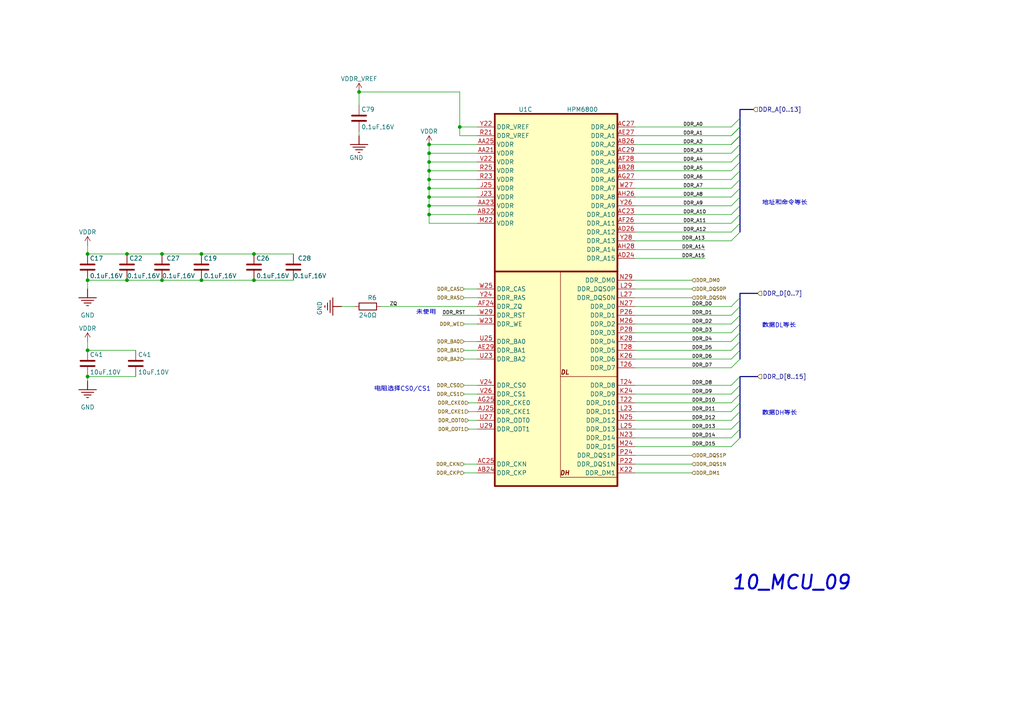
<source format=kicad_sch>
(kicad_sch (version 20230121) (generator eeschema)
  (paper "A4")
  (junction (at 124.46 62.23))
  (junction (at 25.4 73.66))
  (junction (at 124.46 59.69))
  (junction (at 73.66 81.28))
  (junction (at 25.4 101.6))
  (junction (at 58.42 81.28))
  (junction (at 36.83 73.66))
  (junction (at 25.4 109.22))
  (junction (at 124.46 52.07))
  (junction (at 124.46 41.91))
  (junction (at 104.14 26.67))
  (junction (at 124.46 57.15))
  (junction (at 58.42 73.66))
  (junction (at 124.46 46.99))
  (junction (at 124.46 49.53))
  (junction (at 25.4 81.28))
  (junction (at 124.46 44.45))
  (junction (at 46.99 73.66))
  (junction (at 73.66 73.66))
  (junction (at 133.35 36.83))
  (junction (at 124.46 54.61))
  (junction (at 46.99 81.28))
  (junction (at 36.83 81.28))
  (bus_entry (at 212.09 91.44) (size 2.54 -2.54))
  (bus_entry (at 212.09 57.15) (size 2.54 -2.54))
  (bus_entry (at 212.09 49.53) (size 2.54 -2.54))
  (bus_entry (at 212.09 124.46) (size 2.54 -2.54))
  (bus_entry (at 212.09 59.69) (size 2.54 -2.54))
  (bus_entry (at 212.09 41.91) (size 2.54 -2.54))
  (bus_entry (at 212.09 67.31) (size 2.54 -2.54))
  (bus_entry (at 212.09 44.45) (size 2.54 -2.54))
  (bus_entry (at 212.09 88.9) (size 2.54 -2.54))
  (bus_entry (at 212.09 116.84) (size 2.54 -2.54))
  (bus_entry (at 212.09 101.6) (size 2.54 -2.54))
  (bus_entry (at 212.09 54.61) (size 2.54 -2.54))
  (bus_entry (at 212.09 93.98) (size 2.54 -2.54))
  (bus_entry (at 212.09 69.85) (size 2.54 -2.54))
  (bus_entry (at 212.09 104.14) (size 2.54 -2.54))
  (bus_entry (at 212.09 99.06) (size 2.54 -2.54))
  (bus_entry (at 212.09 46.99) (size 2.54 -2.54))
  (bus_entry (at 212.09 41.91) (size 2.54 -2.54))
  (bus_entry (at 212.09 114.3) (size 2.54 -2.54))
  (bus_entry (at 212.09 36.83) (size 2.54 -2.54))
  (bus_entry (at 212.09 121.92) (size 2.54 -2.54))
  (bus_entry (at 212.09 111.76) (size 2.54 -2.54))
  (bus_entry (at 212.09 39.37) (size 2.54 -2.54))
  (bus_entry (at 212.09 127) (size 2.54 -2.54))
  (bus_entry (at 212.09 62.23) (size 2.54 -2.54))
  (bus_entry (at 212.09 64.77) (size 2.54 -2.54))
  (bus_entry (at 212.09 106.68) (size 2.54 -2.54))
  (bus_entry (at 212.09 39.37) (size 2.54 -2.54))
  (bus_entry (at 212.09 52.07) (size 2.54 -2.54))
  (bus_entry (at 212.09 129.54) (size 2.54 -2.54))
  (bus_entry (at 212.09 96.52) (size 2.54 -2.54))
  (bus_entry (at 212.09 119.38) (size 2.54 -2.54))
  (wire (pts (xy 104.14 26.67) (xy 133.35 26.67)))
  (wire (pts (xy 184.15 81.28) (xy 200.66 81.28)) (stroke (width 0.15)))
  (wire (pts (xy 124.46 49.53) (xy 124.46 52.07)) (stroke (width 0.15)))
  (wire (pts (xy 124.46 59.69) (xy 138.43 59.69)) (stroke (width 0.15)))
  (wire (pts (xy 184.15 111.76) (xy 212.09 111.76)) (stroke (width 0.15)))
  (wire (pts (xy 200.66 134.62) (xy 184.15 134.62)) (stroke (width 0.15)))
  (wire (pts (xy 184.15 54.61) (xy 212.09 54.61)) (stroke (width 0.15)))
  (wire (pts (xy 184.15 124.46) (xy 212.09 124.46)) (stroke (width 0.15)))
  (bus (pts (xy 214.63 109.22) (xy 219.71 109.22)))
  (wire (pts (xy 184.15 129.54) (xy 212.09 129.54)) (stroke (width 0.15)))
  (wire (pts (xy 25.4 99.06) (xy 25.4 101.6)))
  (bus (pts (xy 214.63 104.14) (xy 214.63 101.6)))
  (wire (pts (xy 46.99 81.28) (xy 58.42 81.28)))
  (wire (pts (xy 124.46 52.07) (xy 138.43 52.07)) (stroke (width 0.15)))
  (wire (pts (xy 124.46 46.99) (xy 138.43 46.99)) (stroke (width 0.15)))
  (wire (pts (xy 200.66 132.08) (xy 184.15 132.08)) (stroke (width 0.15)))
  (wire (pts (xy 124.46 41.91) (xy 138.43 41.91)) (stroke (width 0.15)))
  (wire (pts (xy 25.4 71.12) (xy 25.4 73.66)))
  (wire (pts (xy 58.42 81.28) (xy 73.66 81.28)))
  (wire (pts (xy 184.15 137.16) (xy 200.66 137.16)) (stroke (width 0.15)))
  (bus (pts (xy 214.63 111.76) (xy 214.63 109.22)))
  (wire (pts (xy 184.15 119.38) (xy 212.09 119.38)) (stroke (width 0.15)))
  (bus (pts (xy 214.63 34.29) (xy 214.63 31.75)))
  (bus (pts (xy 214.63 96.52) (xy 214.63 93.98)))
  (wire (pts (xy 134.62 114.3) (xy 138.43 114.3)) (stroke (width 0.15)))
  (wire (pts (xy 25.4 81.28) (xy 36.83 81.28)))
  (bus (pts (xy 214.63 31.75) (xy 218.44 31.75)))
  (wire (pts (xy 124.46 52.07) (xy 124.46 54.61)) (stroke (width 0.15)))
  (wire (pts (xy 184.15 67.31) (xy 212.09 67.31)) (stroke (width 0.15)))
  (wire (pts (xy 128.27 91.44) (xy 138.43 91.44)) (stroke (width 0.15)))
  (wire (pts (xy 46.99 73.66) (xy 58.42 73.66)))
  (wire (pts (xy 25.4 73.66) (xy 36.83 73.66)))
  (wire (pts (xy 184.15 64.77) (xy 212.09 64.77)) (stroke (width 0.15)))
  (wire (pts (xy 184.15 106.68) (xy 212.09 106.68)) (stroke (width 0.15)))
  (wire (pts (xy 134.62 111.76) (xy 138.43 111.76)) (stroke (width 0.15)))
  (wire (pts (xy 110.49 88.9) (xy 138.43 88.9)))
  (wire (pts (xy 184.15 96.52) (xy 212.09 96.52)) (stroke (width 0.15)))
  (bus (pts (xy 214.63 93.98) (xy 214.63 91.44)))
  (bus (pts (xy 214.63 101.6) (xy 214.63 99.06)))
  (wire (pts (xy 25.4 81.28) (xy 25.4 83.82)))
  (wire (pts (xy 124.46 44.45) (xy 138.43 44.45)) (stroke (width 0.15)))
  (wire (pts (xy 124.46 59.69) (xy 124.46 62.23)) (stroke (width 0.15)))
  (bus (pts (xy 214.63 91.44) (xy 214.63 88.9)))
  (wire (pts (xy 200.66 86.36) (xy 184.15 86.36)) (stroke (width 0.15)))
  (bus (pts (xy 214.63 99.06) (xy 214.63 96.52)))
  (wire (pts (xy 124.46 57.15) (xy 124.46 59.69)) (stroke (width 0.15)))
  (bus (pts (xy 214.63 39.37) (xy 214.63 36.83)))
  (wire (pts (xy 184.15 69.85) (xy 204.47 69.85)) (stroke (width 0.15)))
  (bus (pts (xy 214.63 49.53) (xy 214.63 46.99)))
  (bus (pts (xy 214.63 59.69) (xy 214.63 57.15)))
  (bus (pts (xy 214.63 64.77) (xy 214.63 62.23)))
  (wire (pts (xy 25.4 110.49) (xy 25.4 109.22)))
  (wire (pts (xy 184.15 62.23) (xy 212.09 62.23)) (stroke (width 0.15)))
  (wire (pts (xy 133.35 39.37) (xy 133.35 36.83)) (stroke (width 0.15)))
  (wire (pts (xy 58.42 73.66) (xy 73.66 73.66)))
  (wire (pts (xy 134.62 99.06) (xy 138.43 99.06)) (stroke (width 0.15)))
  (bus (pts (xy 214.63 88.9) (xy 214.63 86.36)))
  (bus (pts (xy 214.63 57.15) (xy 214.63 54.61)))
  (wire (pts (xy 135.89 124.46) (xy 138.43 124.46)) (stroke (width 0.15)))
  (wire (pts (xy 134.62 101.6) (xy 138.43 101.6)) (stroke (width 0.15)))
  (bus (pts (xy 214.63 41.91) (xy 214.63 39.37)))
  (wire (pts (xy 134.62 104.14) (xy 138.43 104.14)) (stroke (width 0.15)))
  (wire (pts (xy 184.15 52.07) (xy 212.09 52.07)) (stroke (width 0.15)))
  (wire (pts (xy 134.62 137.16) (xy 138.43 137.16)) (stroke (width 0.15)))
  (wire (pts (xy 184.15 93.98) (xy 212.09 93.98)) (stroke (width 0.15)))
  (wire (pts (xy 184.15 121.92) (xy 212.09 121.92)) (stroke (width 0.15)))
  (wire (pts (xy 135.89 119.38) (xy 138.43 119.38)) (stroke (width 0.15)))
  (bus (pts (xy 214.63 119.38) (xy 214.63 116.84)))
  (wire (pts (xy 104.14 26.67) (xy 104.14 30.48)) (stroke (width 0.15)))
  (bus (pts (xy 214.63 62.23) (xy 214.63 59.69)))
  (wire (pts (xy 200.66 83.82) (xy 184.15 83.82)) (stroke (width 0.15)))
  (wire (pts (xy 73.66 81.28) (xy 85.09 81.28)))
  (wire (pts (xy 184.15 57.15) (xy 212.09 57.15)) (stroke (width 0.15)))
  (wire (pts (xy 184.15 104.14) (xy 212.09 104.14)) (stroke (width 0.15)))
  (bus (pts (xy 214.63 54.61) (xy 214.63 52.07)))
  (wire (pts (xy 184.15 59.69) (xy 212.09 59.69)) (stroke (width 0.15)))
  (wire (pts (xy 124.46 64.77) (xy 138.43 64.77)) (stroke (width 0.15)))
  (bus (pts (xy 214.63 127) (xy 214.63 124.46)))
  (wire (pts (xy 135.89 116.84) (xy 138.43 116.84)) (stroke (width 0.15)))
  (wire (pts (xy 124.46 54.61) (xy 138.43 54.61)) (stroke (width 0.15)))
  (wire (pts (xy 25.4 101.6) (xy 39.37 101.6)))
  (bus (pts (xy 214.63 85.09) (xy 219.71 85.09)))
  (wire (pts (xy 134.62 86.36) (xy 138.43 86.36)) (stroke (width 0.15)))
  (wire (pts (xy 124.46 44.45) (xy 124.46 46.99)) (stroke (width 0.15)))
  (wire (pts (xy 124.46 62.23) (xy 124.46 64.77)) (stroke (width 0.15)))
  (wire (pts (xy 36.83 81.28) (xy 46.99 81.28)))
  (wire (pts (xy 25.4 109.22) (xy 39.37 109.22)))
  (wire (pts (xy 124.46 62.23) (xy 138.43 62.23)) (stroke (width 0.15)))
  (wire (pts (xy 184.15 41.91) (xy 212.09 41.91)) (stroke (width 0.15)))
  (wire (pts (xy 204.47 74.93) (xy 184.15 74.93)) (stroke (width 0.15)))
  (wire (pts (xy 184.15 36.83) (xy 212.09 36.83)) (stroke (width 0.15)))
  (wire (pts (xy 184.15 49.53) (xy 212.09 49.53)) (stroke (width 0.15)))
  (wire (pts (xy 133.35 36.83) (xy 138.43 36.83)) (stroke (width 0.15)))
  (wire (pts (xy 124.46 46.99) (xy 124.46 49.53)) (stroke (width 0.15)))
  (wire (pts (xy 138.43 39.37) (xy 133.35 39.37)) (stroke (width 0.15)))
  (wire (pts (xy 124.46 57.15) (xy 138.43 57.15)) (stroke (width 0.15)))
  (wire (pts (xy 124.46 41.91) (xy 124.46 44.45)) (stroke (width 0.15)))
  (bus (pts (xy 214.63 44.45) (xy 214.63 41.91)))
  (wire (pts (xy 134.62 93.98) (xy 138.43 93.98)) (stroke (width 0.15)))
  (wire (pts (xy 184.15 116.84) (xy 212.09 116.84)) (stroke (width 0.15)))
  (wire (pts (xy 184.15 46.99) (xy 212.09 46.99)) (stroke (width 0.15)))
  (wire (pts (xy 184.15 88.9) (xy 212.09 88.9)) (stroke (width 0.15)))
  (wire (pts (xy 104.14 39.37) (xy 104.14 38.1)) (stroke (width 0.15)))
  (wire (pts (xy 134.62 83.82) (xy 138.43 83.82)) (stroke (width 0.15)))
  (bus (pts (xy 214.63 116.84) (xy 214.63 114.3)))
  (bus (pts (xy 214.63 52.07) (xy 214.63 49.53)))
  (wire (pts (xy 133.35 26.67) (xy 133.35 36.83)))
  (wire (pts (xy 184.15 101.6) (xy 212.09 101.6)) (stroke (width 0.15)))
  (bus (pts (xy 214.63 121.92) (xy 214.63 119.38)))
  (wire (pts (xy 36.83 73.66) (xy 46.99 73.66)))
  (wire (pts (xy 184.15 72.39) (xy 204.47 72.39)) (stroke (width 0.15)))
  (bus (pts (xy 214.63 86.36) (xy 214.63 85.09)))
  (wire (pts (xy 73.66 73.66) (xy 85.09 73.66)))
  (wire (pts (xy 124.46 49.53) (xy 138.43 49.53)) (stroke (width 0.15)))
  (wire (pts (xy 135.89 121.92) (xy 138.43 121.92)) (stroke (width 0.15)))
  (bus (pts (xy 214.63 46.99) (xy 214.63 44.45)))
  (wire (pts (xy 184.15 91.44) (xy 212.09 91.44)) (stroke (width 0.15)))
  (wire (pts (xy 184.15 44.45) (xy 212.09 44.45)) (stroke (width 0.15)))
  (bus (pts (xy 214.63 124.46) (xy 214.63 121.92)))
  (wire (pts (xy 134.62 134.62) (xy 138.43 134.62)) (stroke (width 0.15)))
  (wire (pts (xy 184.15 127) (xy 212.09 127)) (stroke (width 0.15)))
  (wire (pts (xy 102.87 88.9) (xy 99.06 88.9)))
  (wire (pts (xy 204.47 69.85) (xy 212.09 69.85)))
  (wire (pts (xy 184.15 99.06) (xy 212.09 99.06)) (stroke (width 0.15)))
  (wire (pts (xy 184.15 114.3) (xy 212.09 114.3)) (stroke (width 0.15)))
  (wire (pts (xy 124.46 54.61) (xy 124.46 57.15)) (stroke (width 0.15)))
  (bus (pts (xy 214.63 36.83) (xy 214.63 34.29)))
  (bus (pts (xy 214.63 114.3) (xy 214.63 111.76)))
  (wire (pts (xy 184.15 39.37) (xy 212.09 39.37)) (stroke (width 0.15)))
  (bus (pts (xy 214.63 64.77) (xy 214.63 67.31)))
  (text "地址和命令等长" (at 220.98 59.69 0) (effects (font (size 1.27 1.27)) (justify left bottom)))
  (text "电阻选择CS0/CS1" (at 108.585 113.665 0) (effects (font (size 1.27 1.27)) (justify left bottom)))
  (text "未使用" (at 120.65 91.44 0) (effects (font (size 1.27 1.27)) (justify left bottom)))
  (text "数据DL等长" (at 220.98 95.25 0) (effects (font (size 1.27 1.27)) (justify left bottom)))
  (text "10_MCU_09" (at 212.09 171.45 0) (effects (font (size 4 4) (thickness 0.6) bold italic) (justify left bottom)))
  (text "数据DH等长" (at 220.98 120.65 0) (effects (font (size 1.27 1.27)) (justify left bottom)))
  (label "DDR_A9" (at 198.12 59.69 0) (effects (font (size 1 1))))
  (label "DDR_D9" (at 200.66 114.3 0) (effects (font (size 1 1))))
  (label "DDR_A1" (at 198.12 39.37 0) (effects (font (size 1 1))))
  (label "DDR_D4" (at 200.66 99.06 0) (effects (font (size 1 1))))
  (label "DDR_D11" (at 200.66 119.38 0) (effects (font (size 1 1))))
  (label "DDR_A8" (at 198.12 57.15 0) (effects (font (size 1 1))))
  (label "DDR_D12" (at 200.66 121.92 0) (effects (font (size 1 1))))
  (label "DDR_D14" (at 200.66 127 0) (effects (font (size 1 1))))
  (label "DDR_D7" (at 200.66 106.68 0) (effects (font (size 1 1))))
  (label "DDR_D15" (at 200.66 129.54 0) (effects (font (size 1 1))))
  (label "DDR_A0" (at 198.12 36.83 0) (effects (font (size 1 1))))
  (label "DDR_RST" (at 128.27 91.44 0) (effects (font (size 1 1))))
  (label "DDR_A14" (at 204.47 72.39 180) (effects (font (size 1 1))))
  (label "DDR_A7" (at 198.12 54.61 0) (effects (font (size 1 1))))
  (label "DDR_D10" (at 200.66 116.84 0) (effects (font (size 1 1))))
  (label "DDR_D13" (at 200.66 124.46 0) (effects (font (size 1 1))))
  (label "DDR_D1" (at 200.66 91.44 0) (effects (font (size 1 1))))
  (label "DDR_D5" (at 200.66 101.6 0) (effects (font (size 1 1))))
  (label "DDR_A12" (at 198.12 67.31 0) (effects (font (size 1 1))))
  (label "DDR_A5" (at 198.12 49.53 0) (effects (font (size 1 1))))
  (label "DDR_D6" (at 200.66 104.14 0) (effects (font (size 1 1))))
  (label "DDR_A4" (at 198.12 46.99 0) (effects (font (size 1 1))))
  (label "DDR_A15" (at 204.47 74.93 180) (effects (font (size 1 1))))
  (label "DDR_A6" (at 198.12 52.07 0) (effects (font (size 1 1))))
  (label "DDR_A10" (at 198.12 62.23 0) (effects (font (size 1 1))))
  (label "DDR_A2" (at 198.12 41.91 0) (effects (font (size 1 1))))
  (label "DDR_D8" (at 200.66 111.76 0) (effects (font (size 1 1))))
  (label "DDR_D2" (at 200.66 93.98 0) (effects (font (size 1 1))))
  (label "DDR_A3" (at 198.12 44.45 0) (effects (font (size 1 1))))
  (label "DDR_A13" (at 204.47 69.85 180) (effects (font (size 1 1))))
  (label "DDR_D0" (at 200.66 88.9 0) (effects (font (size 1 1))))
  (label "DDR_A11" (at 198.12 64.77 0) (effects (font (size 1 1))))
  (label "ZQ" (at 113.03 88.9 0) (effects (font (size 1 1))))
  (label "DDR_D3" (at 200.66 96.52 0) (effects (font (size 1 1))))
  (hierarchical_label "DDR_ODT0" (shape input) (at 135.89 121.92 180) (effects (font (size 1 1))))
  (hierarchical_label "DDR_CKE1" (shape input) (at 135.89 119.38 180) (effects (font (size 1 1))))
  (hierarchical_label "DDR_BA1" (shape input) (at 134.62 101.6 180) (effects (font (size 1 1))))
  (hierarchical_label "DDR_DM1" (shape input) (at 200.66 137.16 0) (effects (font (size 1 1))))
  (hierarchical_label "DDR_ODT1" (shape input) (at 135.89 124.46 180) (effects (font (size 1 1))))
  (hierarchical_label "DDR_CKN" (shape input) (at 134.62 134.62 180) (effects (font (size 1 1))))
  (hierarchical_label "DDR_BA2" (shape input) (at 134.62 104.14 180) (effects (font (size 1 1))))
  (hierarchical_label "DDR_CKP" (shape input) (at 134.62 137.16 180) (effects (font (size 1 1))))
  (hierarchical_label "DDR_WE" (shape input) (at 134.62 93.98 180) (effects (font (size 1 1))))
  (hierarchical_label "DDR_DM0" (shape input) (at 200.66 81.28 0) (effects (font (size 1 1))))
  (hierarchical_label "DDR_CAS" (shape input) (at 134.62 83.82 180) (effects (font (size 1 1))))
  (hierarchical_label "DDR_CKE0" (shape input) (at 135.89 116.84 180) (effects (font (size 1 1))))
  (hierarchical_label "DDR_RAS" (shape input) (at 134.62 86.36 180) (effects (font (size 1 1))))
  (hierarchical_label "DDR_D[8..15]" (shape input) (at 219.71 109.22 0))
  (hierarchical_label "DDR_DQS0P" (shape input) (at 200.66 83.82 0) (effects (font (size 1 1))))
  (hierarchical_label "DDR_D[0..7]" (shape input) (at 219.71 85.09 0))
  (hierarchical_label "DDR_CS0" (shape input) (at 134.62 111.76 180) (effects (font (size 1 1))))
  (hierarchical_label "DDR_CS1" (shape input) (at 134.62 114.3 180) (effects (font (size 1 1))))
  (hierarchical_label "DDR_DQS1N" (shape input) (at 200.66 134.62 0) (effects (font (size 1 1))))
  (hierarchical_label "DDR_BA0" (shape input) (at 134.62 99.06 180) (effects (font (size 1 1))))
  (hierarchical_label "DDR_A[0..13]" (shape input) (at 218.44 31.75 0))
  (hierarchical_label "DDR_DQS0N" (shape input) (at 200.66 86.36 0) (effects (font (size 1 1))))
  (hierarchical_label "DDR_DQS1P" (shape input) (at 200.66 132.08 0) (effects (font (size 1 1))))
  (symbol (lib_name "10uF,10V_1") (lib_id "03_HPM_Capacitance:10uF,10V") (at 25.4 105.41 0) (unit 1)
    (property "Reference" "C41" (at 26.035 102.87 0) (effects (justify left)))
    (property "Value" "10uF,10V" (at 26.035 107.95 0) (effects (justify left)))
    (property "Footprint" "03_HPM_Capacitance:C_0402" (effects hide))
    (property "Model" "CL05A106MP5NUNC" (effects hide))
    (property "Company" " SAMSUNG(三星)" (effects hide))
    (instances (project "HPM1500_DDR2_CORE_RevA" (path "" (reference "C41") (unit 1)) (path "" (reference "C134") (unit 1)) (path "" (reference "C132") (unit 1))))
  )
  (symbol (lib_name "0.1uF,16V_2") (lib_id "03_HPM_Capacitance:0.1uF,16V") (at 36.83 77.47 0) (unit 1)
    (property "Reference" "C22" (at 37.465 74.93 0) (effects (justify left)))
    (property "Value" "0.1uF,16V" (at 36.83 80.01 0) (effects (justify left)))
    (property "Footprint" "03_HPM_Capacitance:C_0402" (effects hide))
    (property "Model" "CL05B104KO5NNNC" (effects hide))
    (property "Company" "SAMSUNG(三星)" (effects hide))
  )
  (symbol (lib_name "0.1uF,16V_4") (lib_id "03_HPM_Capacitance:0.1uF,16V") (at 58.42 77.47 0) (unit 1)
    (property "Reference" "C19" (at 59.055 74.93 0) (effects (justify left)))
    (property "Value" "0.1uF,16V" (at 59.055 80.01 0) (effects (justify left)))
    (property "Footprint" "03_HPM_Capacitance:C_0402" (effects hide))
    (property "Model" "CL05B104KO5NNNC" (effects hide))
    (property "Company" "SAMSUNG(三星)" (effects hide))
  )
  (symbol (lib_id "05_HPM_Conn:GND") (at 104.14 39.37 0) (unit 1)
    (property "Reference" "#PWR0131" (effects hide))
    (property "Value" "GND" (at 105.41 45.72 0) (effects (justify right)))
  )
  (symbol (lib_id "00_HPM6800_Library:HPM6880IBD1") (at 179.07 33.02 0) (unit 3)
    (property "Reference" "U1" (at 152.4 31.75 0))
    (property "Value" "HPM6800" (at 168.91 31.75 0))
    (property "Footprint" "00_HPM_Library:BGA_417" (effects hide))
    (property "Company" "HPM" (effects hide))
  )
  (symbol (lib_id "333-altium-import:GND") (at 99.06 88.9 270) (unit 1)
    (property "Reference" "#PWR0107" (effects hide))
    (property "Value" "GND" (at 92.71 91.44 0) (effects (justify right)))
    (instances (project "HPM1500_DDR2_CORE_RevA" (path "" (reference "#PWR0107") (unit 1)) (path "" (reference "#PWR038") (unit 1))))
  )
  (symbol (lib_id "power:VDDR") (at 124.46 41.91 0) (unit 1)
    (property "Reference" "#PWR0104" (effects hide))
    (property "Value" "VDDR" (at 124.46 38.1 0))
  )
  (symbol (lib_name "0.1uF,16V_6") (lib_id "03_HPM_Capacitance:0.1uF,16V") (at 73.66 77.47 0) (unit 1)
    (property "Reference" "C26" (at 74.295 74.93 0) (effects (justify left)))
    (property "Value" "0.1uF,16V" (at 74.295 80.01 0) (effects (justify left)))
    (property "Footprint" "03_HPM_Capacitance:C_0402" (effects hide))
    (property "Model" "CL05B104KO5NNNC" (effects hide))
    (property "Company" "SAMSUNG(三星)" (effects hide))
  )
  (symbol (lib_id "power:VDDR") (at 25.4 71.12 0) (unit 1)
    (property "Reference" "#PWR0103" (effects hide))
    (property "Value" "VDDR" (at 25.4 67.31 0))
  )
  (symbol (lib_name "0.1uF,16V_3") (lib_id "03_HPM_Capacitance:0.1uF,16V") (at 25.4 77.47 0) (unit 1)
    (property "Reference" "C17" (at 26.035 74.93 0) (effects (justify left)))
    (property "Value" "0.1uF,16V" (at 26.035 80.01 0) (effects (justify left)))
    (property "Footprint" "03_HPM_Capacitance:C_0402" (effects hide))
    (property "Model" "CL05B104KO5NNNC" (effects hide))
    (property "Company" "SAMSUNG(三星)" (effects hide))
  )
  (symbol (lib_id "power:GND") (at 25.4 83.82 0) (unit 1)
    (property "Reference" "#PWR0149" (effects hide))
    (property "Value" "GND" (at 25.4 91.44 0))
  )
  (symbol (lib_name "0.1uF,16V_1") (lib_id "03_HPM_Capacitance:0.1uF,16V") (at 46.99 77.47 0) (unit 1)
    (property "Reference" "C27" (at 48.26 74.93 0) (effects (justify left)))
    (property "Value" "0.1uF,16V" (at 46.99 80.01 0) (effects (justify left)))
    (property "Footprint" "03_HPM_Capacitance:C_0402" (effects hide))
    (property "Model" "CL05B104KO5NNNC" (effects hide))
    (property "Company" "SAMSUNG(三星)" (effects hide))
  )
  (symbol (lib_id "power:GND") (at 25.4 110.49 0) (unit 1)
    (property "Reference" "#PWR031" (effects hide))
    (property "Value" "GND" (at 25.4 118.11 0))
  )
  (symbol (lib_name "0.1uF,16V_7") (lib_id "03_HPM_Capacitance:0.1uF,16V") (at 85.09 77.47 0) (unit 1)
    (property "Reference" "C28" (at 86.36 74.93 0) (effects (justify left)))
    (property "Value" "0.1uF,16V" (at 85.09 80.01 0) (effects (justify left)))
    (property "Footprint" "03_HPM_Capacitance:C_0402" (effects hide))
    (property "Model" "CL05B104KO5NNNC" (effects hide))
    (property "Company" "SAMSUNG(三星)" (effects hide))
  )
  (symbol (lib_id "power:VDDR") (at 25.4 99.06 0) (unit 1)
    (property "Reference" "#PWR030" (effects hide))
    (property "Value" "VDDR" (at 25.4 95.25 0))
  )
  (symbol (lib_id "03_HPM_Capacitance:0.1uF,16V") (at 104.14 34.29 0) (unit 1)
    (property "Reference" "C79" (at 104.775 31.75 0) (effects (justify left)))
    (property "Value" "0.1uF,16V" (at 104.775 36.83 0) (effects (justify left)))
    (property "Footprint" "03_HPM_Capacitance:C_0402" (effects hide))
    (property "Model" "CL05B104KO5NNNC" (effects hide))
    (property "Company" "SAMSUNG(三星)" (effects hide))
  )
  (symbol (lib_name "10uF,10V_1") (lib_id "03_HPM_Capacitance:10uF,10V") (at 39.37 105.41 0) (unit 1)
    (property "Reference" "C41" (at 40.005 102.87 0) (effects (justify left)))
    (property "Value" "10uF,10V" (at 40.005 107.95 0) (effects (justify left)))
    (property "Footprint" "03_HPM_Capacitance:C_0402" (effects hide))
    (property "Model" "CL05A106MP5NUNC" (effects hide))
    (property "Company" " SAMSUNG(三星)" (effects hide))
    (instances (project "HPM1500_DDR2_CORE_RevA" (path "" (reference "C41") (unit 1)) (path "" (reference "C134") (unit 1)) (path "" (reference "C138") (unit 1))))
  )
  (symbol (lib_id "02_HPM_Resistor:240Ω") (at 106.68 88.9 0) (unit 1)
    (property "Reference" "R6" (at 107.95 86.36 0))
    (property "Value" "240Ω" (at 106.68 91.44 0))
    (property "Footprint" "02_HPM_Resistor:R_0402_1005Metric" (effects hide))
    (property "Model" "0402WGF2400TCE" (effects hide))
    (property "Company" "UNI-ROYAL(厚声)" (effects hide))
    (instances (project "HPM1500_DDR2_CORE_RevA" (path "" (reference "R6") (unit 1)) (path "" (reference "R58") (unit 1))))
  )
  (symbol (lib_id "power:VDDR_VREF") (at 104.14 26.67 0) (unit 1)
    (property "Reference" "#PWR0101" (effects hide))
    (property "Value" "VDDR_VREF" (at 104.14 22.86 0))
  )
)
</source>
